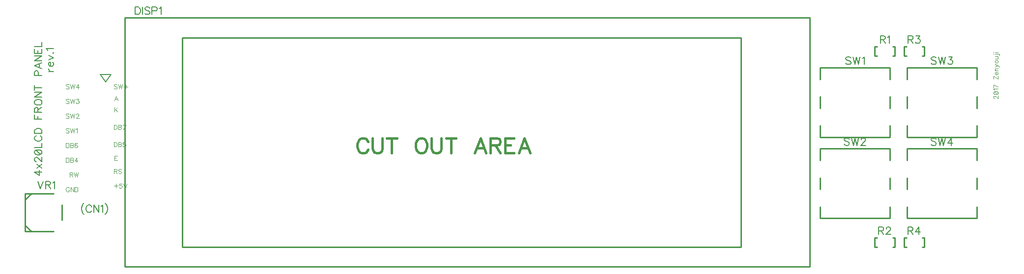
<source format=gto>
G04 DipTrace 3.0.0.2*
G04 FrontPanel.GTO*
%MOMM*%
G04 #@! TF.FileFunction,Legend,Top*
G04 #@! TF.Part,Single*
%ADD10C,0.25*%
%ADD15C,0.2*%
%ADD35C,0.19608*%
%ADD36C,0.39216*%
%ADD37C,0.11765*%
%FSLAX35Y35*%
G04*
G71*
G90*
G75*
G01*
G04 TopSilk*
%LPD*%
X1796000Y-388000D2*
D10*
X13596000D1*
Y-4688000D1*
X1796000D1*
Y-388000D1*
X2786020Y-728130D2*
X12406560D1*
Y-4347870D1*
X2786020D1*
Y-728130D1*
X15064012Y-1048000D2*
Y-888000D1*
X14712282Y-1048000D2*
Y-888000D1*
X15064012Y-1048000D2*
X15024020D1*
X14752238D2*
X14712282D1*
X14752238Y-888000D2*
X14712282D1*
X15064012D2*
X15024020D1*
X15064012Y-4350000D2*
Y-4190000D1*
X14712282Y-4350000D2*
Y-4190000D1*
X15064012Y-4350000D2*
X15024020D1*
X14752238D2*
X14712282D1*
X14752238Y-4190000D2*
X14712282D1*
X15064012D2*
X15024020D1*
X15572012Y-1048000D2*
Y-888000D1*
X15220282Y-1048000D2*
Y-888000D1*
X15572012Y-1048000D2*
X15532020D1*
X15260238D2*
X15220282D1*
X15260238Y-888000D2*
X15220282D1*
X15572012D2*
X15532020D1*
X15572012Y-4350000D2*
Y-4190000D1*
X15220282Y-4350000D2*
Y-4190000D1*
X15572012Y-4350000D2*
X15532020D1*
X15260238D2*
X15220282D1*
X15260238Y-4190000D2*
X15220282D1*
X15572012D2*
X15532020D1*
X13774990Y-2450000D2*
X14975010D1*
Y-1250000D2*
X13774990D1*
Y-2249960D2*
Y-2450000D1*
Y-1450040D2*
Y-1250000D1*
X14975010Y-2249960D2*
Y-2450000D1*
Y-1250000D2*
Y-1450040D1*
Y-1949960D2*
Y-1750040D1*
X13774990Y-1949960D2*
Y-1750040D1*
Y-3850000D2*
X14975010D1*
Y-2650000D2*
X13774990D1*
Y-3649960D2*
Y-3850000D1*
Y-2850040D2*
Y-2650000D1*
X14975010Y-3649960D2*
Y-3850000D1*
Y-2650000D2*
Y-2850040D1*
Y-3349960D2*
Y-3150040D1*
X13774990Y-3349960D2*
Y-3150040D1*
X15274990Y-2450000D2*
X16475010D1*
Y-1250000D2*
X15274990D1*
Y-2249960D2*
Y-2450000D1*
Y-1450040D2*
Y-1250000D1*
X16475010Y-2249960D2*
Y-2450000D1*
Y-1250000D2*
Y-1450040D1*
Y-1949960D2*
Y-1750040D1*
X15274990Y-1949960D2*
Y-1750040D1*
Y-3850000D2*
X16475010D1*
Y-2650000D2*
X15274990D1*
Y-3649960D2*
Y-3850000D1*
Y-2850040D2*
Y-2650000D1*
X16475010Y-3649960D2*
Y-3850000D1*
Y-2650000D2*
Y-2850040D1*
Y-3349960D2*
Y-3150040D1*
X15274990Y-3349960D2*
Y-3150040D1*
X75000Y-3424990D2*
X562490D1*
X75000D2*
Y-4075010D1*
X562490D1*
X712493Y-3879990D2*
Y-3620010D1*
X75000Y-3977500D2*
X187520Y-4075010D1*
X75000Y-3522500D2*
X187520Y-3424990D1*
X1365250Y-1365250D2*
D15*
X1555750D1*
X1460500Y-1492250D1*
X1365250Y-1365250D1*
X1974727Y-202013D2*
D35*
Y-329623D1*
X2017264D1*
X2035514Y-323446D1*
X2047727Y-311373D1*
X2053764Y-299160D1*
X2059800Y-281050D1*
Y-250586D1*
X2053764Y-232336D1*
X2047727Y-220263D1*
X2035514Y-208050D1*
X2017264Y-202013D1*
X1974727D1*
X2099016D2*
Y-329623D1*
X2223305Y-220263D2*
X2211232Y-208050D1*
X2192982Y-202013D1*
X2168695D1*
X2150445Y-208050D1*
X2138232Y-220263D1*
Y-232336D1*
X2144409Y-244550D1*
X2150445Y-250586D1*
X2162518Y-256623D1*
X2199018Y-268836D1*
X2211232Y-274873D1*
X2217268Y-281050D1*
X2223305Y-293123D1*
Y-311373D1*
X2211232Y-323446D1*
X2192982Y-329623D1*
X2168695D1*
X2150445Y-323446D1*
X2138232Y-311373D1*
X2262520Y-268836D2*
X2317270D1*
X2335380Y-262800D1*
X2341557Y-256623D1*
X2347594Y-244550D1*
Y-226300D1*
X2341557Y-214227D1*
X2335380Y-208050D1*
X2317270Y-202013D1*
X2262520D1*
Y-329623D1*
X2386809Y-226440D2*
X2399023Y-220263D1*
X2417273Y-202154D1*
Y-329623D1*
X14810771Y-762800D2*
X14865380D1*
X14883630Y-756623D1*
X14889807Y-750586D1*
X14895844Y-738513D1*
Y-726300D1*
X14889807Y-714227D1*
X14883630Y-708050D1*
X14865380Y-702013D1*
X14810771D1*
Y-829623D1*
X14853307Y-762800D2*
X14895844Y-829623D1*
X14935059Y-726440D2*
X14947273Y-720263D1*
X14965523Y-702154D1*
Y-829623D1*
X14783466Y-4064800D2*
X14838075D1*
X14856325Y-4058623D1*
X14862502Y-4052586D1*
X14868539Y-4040513D1*
Y-4028300D1*
X14862502Y-4016227D1*
X14856325Y-4010050D1*
X14838075Y-4004013D1*
X14783466D1*
Y-4131623D1*
X14826002Y-4064800D2*
X14868539Y-4131623D1*
X14913931Y-4034477D2*
Y-4028440D1*
X14919968Y-4016227D1*
X14926005Y-4010190D1*
X14938218Y-4004154D1*
X14962505D1*
X14974578Y-4010190D1*
X14980614Y-4016227D1*
X14986791Y-4028440D1*
Y-4040513D1*
X14980614Y-4052727D1*
X14968541Y-4070836D1*
X14907755Y-4131623D1*
X14992828D1*
X15291466Y-762800D2*
X15346075D1*
X15364325Y-756623D1*
X15370502Y-750586D1*
X15376539Y-738513D1*
Y-726300D1*
X15370502Y-714227D1*
X15364325Y-708050D1*
X15346075Y-702013D1*
X15291466D1*
Y-829623D1*
X15334002Y-762800D2*
X15376539Y-829623D1*
X15427968Y-702154D2*
X15494651D1*
X15458291Y-750727D1*
X15476541D1*
X15488614Y-756763D1*
X15494651Y-762800D1*
X15500828Y-781050D1*
Y-793123D1*
X15494651Y-811373D1*
X15482578Y-823586D1*
X15464328Y-829623D1*
X15446078D1*
X15427968Y-823586D1*
X15421931Y-817410D1*
X15415755Y-805336D1*
X15288447Y-4064800D2*
X15343057D1*
X15361307Y-4058623D1*
X15367484Y-4052586D1*
X15373521Y-4040513D1*
Y-4028300D1*
X15367484Y-4016227D1*
X15361307Y-4010050D1*
X15343057Y-4004013D1*
X15288447D1*
Y-4131623D1*
X15330984Y-4064800D2*
X15373521Y-4131623D1*
X15473523D2*
Y-4004154D1*
X15412736Y-4089086D1*
X15503846D1*
X14302303Y-1082263D2*
X14290230Y-1070050D1*
X14271980Y-1064013D1*
X14247693D1*
X14229443Y-1070050D1*
X14217230Y-1082263D1*
Y-1094336D1*
X14223406Y-1106550D1*
X14229443Y-1112586D1*
X14241516Y-1118623D1*
X14278016Y-1130836D1*
X14290230Y-1136873D1*
X14296266Y-1143050D1*
X14302303Y-1155123D1*
Y-1173373D1*
X14290230Y-1185446D1*
X14271980Y-1191623D1*
X14247693D1*
X14229443Y-1185446D1*
X14217230Y-1173373D1*
X14341518Y-1064013D2*
X14371982Y-1191623D1*
X14402305Y-1064013D1*
X14432628Y-1191623D1*
X14463091Y-1064013D1*
X14502307Y-1088440D2*
X14514520Y-1082263D1*
X14532770Y-1064154D1*
Y-1191623D1*
X14274998Y-2482263D2*
X14262925Y-2470050D1*
X14244675Y-2464013D1*
X14220388D1*
X14202138Y-2470050D1*
X14189925Y-2482263D1*
Y-2494336D1*
X14196102Y-2506550D1*
X14202138Y-2512586D1*
X14214211Y-2518623D1*
X14250711Y-2530836D1*
X14262925Y-2536873D1*
X14268961Y-2543050D1*
X14274998Y-2555123D1*
Y-2573373D1*
X14262925Y-2585446D1*
X14244675Y-2591623D1*
X14220388D1*
X14202138Y-2585446D1*
X14189925Y-2573373D1*
X14314213Y-2464013D2*
X14344677Y-2591623D1*
X14375000Y-2464013D1*
X14405323Y-2591623D1*
X14435787Y-2464013D1*
X14481179Y-2494477D2*
Y-2488440D1*
X14487216Y-2476227D1*
X14493252Y-2470190D1*
X14505466Y-2464154D1*
X14529752D1*
X14541825Y-2470190D1*
X14547862Y-2476227D1*
X14554039Y-2488440D1*
Y-2500513D1*
X14547862Y-2512727D1*
X14535789Y-2530836D1*
X14475002Y-2591623D1*
X14560075D1*
X15774998Y-1082263D2*
X15762925Y-1070050D1*
X15744675Y-1064013D1*
X15720388D1*
X15702138Y-1070050D1*
X15689925Y-1082263D1*
Y-1094336D1*
X15696102Y-1106550D1*
X15702138Y-1112586D1*
X15714211Y-1118623D1*
X15750711Y-1130836D1*
X15762925Y-1136873D1*
X15768961Y-1143050D1*
X15774998Y-1155123D1*
Y-1173373D1*
X15762925Y-1185446D1*
X15744675Y-1191623D1*
X15720388D1*
X15702138Y-1185446D1*
X15689925Y-1173373D1*
X15814213Y-1064013D2*
X15844677Y-1191623D1*
X15875000Y-1064013D1*
X15905323Y-1191623D1*
X15935787Y-1064013D1*
X15987216Y-1064154D2*
X16053898D1*
X16017539Y-1112727D1*
X16035789D1*
X16047862Y-1118763D1*
X16053898Y-1124800D1*
X16060075Y-1143050D1*
Y-1155123D1*
X16053898Y-1173373D1*
X16041825Y-1185586D1*
X16023575Y-1191623D1*
X16005325D1*
X15987216Y-1185586D1*
X15981179Y-1179410D1*
X15975002Y-1167336D1*
X15771980Y-2482263D2*
X15759906Y-2470050D1*
X15741656Y-2464013D1*
X15717370D1*
X15699120Y-2470050D1*
X15686906Y-2482263D1*
Y-2494336D1*
X15693083Y-2506550D1*
X15699120Y-2512586D1*
X15711193Y-2518623D1*
X15747693Y-2530836D1*
X15759906Y-2536873D1*
X15765943Y-2543050D1*
X15771980Y-2555123D1*
Y-2573373D1*
X15759906Y-2585446D1*
X15741656Y-2591623D1*
X15717370D1*
X15699120Y-2585446D1*
X15686906Y-2573373D1*
X15811195Y-2464013D2*
X15841659Y-2591623D1*
X15871982Y-2464013D1*
X15902305Y-2591623D1*
X15932768Y-2464013D1*
X16032770Y-2591623D2*
Y-2464154D1*
X15971984Y-2549086D1*
X16063094D1*
X291943Y-3214013D2*
X340516Y-3341623D1*
X389089Y-3214013D1*
X428305Y-3274800D2*
X482914D1*
X501164Y-3268623D1*
X507341Y-3262586D1*
X513378Y-3250513D1*
Y-3238300D1*
X507341Y-3226227D1*
X501164Y-3220050D1*
X482914Y-3214013D1*
X428305D1*
Y-3341623D1*
X470841Y-3274800D2*
X513378Y-3341623D1*
X552594Y-3238440D2*
X564807Y-3232263D1*
X583057Y-3214154D1*
Y-3341623D1*
X364722Y-3052509D2*
X237252D1*
X322185Y-3113296D1*
Y-3022186D1*
X279648Y-2982971D2*
X364721Y-2916148D1*
X279648D2*
X364721Y-2982971D1*
X267575Y-2870755D2*
X261539D1*
X249325Y-2864718D1*
X243289Y-2858682D1*
X237252Y-2846468D1*
Y-2822182D1*
X243289Y-2810109D1*
X249325Y-2804072D1*
X261539Y-2797895D1*
X273612D1*
X285825Y-2804072D1*
X303935Y-2816145D1*
X364721Y-2876932D1*
Y-2791859D1*
X237252Y-2716143D2*
X243289Y-2734393D1*
X261539Y-2746607D1*
X291862Y-2752643D1*
X310112D1*
X340435Y-2746607D1*
X358685Y-2734393D1*
X364721Y-2716143D1*
Y-2704070D1*
X358685Y-2685820D1*
X340435Y-2673747D1*
X310112Y-2667570D1*
X291862D1*
X261539Y-2673747D1*
X243289Y-2685820D1*
X237252Y-2704070D1*
Y-2716143D1*
X261539Y-2673747D2*
X340435Y-2746607D1*
X237112Y-2628354D2*
X364721D1*
Y-2555495D1*
X267435Y-2425170D2*
X255362Y-2431206D1*
X243148Y-2443420D1*
X237112Y-2455493D1*
Y-2479779D1*
X243148Y-2491993D1*
X255362Y-2504066D1*
X267435Y-2510243D1*
X285685Y-2516279D1*
X316148D1*
X334258Y-2510243D1*
X346471Y-2504066D1*
X358544Y-2491993D1*
X364721Y-2479779D1*
Y-2455493D1*
X358544Y-2443420D1*
X346471Y-2431206D1*
X334258Y-2425170D1*
X237112Y-2385954D2*
X364721D1*
Y-2343417D1*
X358544Y-2325167D1*
X346471Y-2312954D1*
X334258Y-2306917D1*
X316148Y-2300881D1*
X285685D1*
X267435Y-2306917D1*
X255362Y-2312954D1*
X243148Y-2325167D1*
X237112Y-2343417D1*
Y-2385954D1*
Y-2059182D2*
Y-2138219D1*
X364721D1*
X297898D2*
Y-2089646D1*
Y-2019966D2*
Y-1965357D1*
X291721Y-1947107D1*
X285685Y-1940930D1*
X273612Y-1934893D1*
X261398D1*
X249325Y-1940930D1*
X243148Y-1947107D1*
X237112Y-1965357D1*
Y-2019966D1*
X364721D1*
X297898Y-1977430D2*
X364721Y-1934893D1*
X237112Y-1859178D2*
X243148Y-1871391D1*
X255362Y-1883464D1*
X267435Y-1889641D1*
X285685Y-1895678D1*
X316148D1*
X334258Y-1889641D1*
X346471Y-1883464D1*
X358544Y-1871391D1*
X364721Y-1859178D1*
Y-1834891D1*
X358544Y-1822818D1*
X346471Y-1810605D1*
X334258Y-1804568D1*
X316148Y-1798532D1*
X285685D1*
X267435Y-1804568D1*
X255362Y-1810605D1*
X243148Y-1822818D1*
X237112Y-1834891D1*
Y-1859178D1*
Y-1674243D2*
X364721D1*
X237112Y-1759316D1*
X364721D1*
X237112Y-1592491D2*
X364721D1*
X237112Y-1635027D2*
Y-1549954D1*
X303935Y-1387292D2*
Y-1332542D1*
X297898Y-1314432D1*
X291721Y-1308255D1*
X279648Y-1302219D1*
X261398D1*
X249325Y-1308255D1*
X243148Y-1314432D1*
X237112Y-1332542D1*
Y-1387292D1*
X364721D1*
Y-1165717D2*
X237112Y-1214430D1*
X364721Y-1263003D1*
X322185Y-1244753D2*
Y-1183967D1*
X237112Y-1041428D2*
X364721D1*
X237112Y-1126501D1*
X364721D1*
X237112Y-923316D2*
Y-1002212D1*
X364721D1*
Y-923316D1*
X297898Y-1002212D2*
Y-953639D1*
X237112Y-884100D2*
X364721D1*
Y-811241D1*
X479648Y-1313296D2*
X564721D1*
X516148D2*
X497898Y-1307119D1*
X485685Y-1295046D1*
X479648Y-1282832D1*
Y-1264582D1*
X516148Y-1225367D2*
Y-1152507D1*
X503935D1*
X491722Y-1158544D1*
X485685Y-1164580D1*
X479648Y-1176794D1*
Y-1195044D1*
X485685Y-1207117D1*
X497898Y-1219330D1*
X516148Y-1225367D1*
X528222D1*
X546472Y-1219330D1*
X558545Y-1207117D1*
X564721Y-1195044D1*
Y-1176794D1*
X558545Y-1164580D1*
X546471Y-1152507D1*
X479648Y-1113292D2*
X564721Y-1076792D1*
X479648Y-1040432D1*
X552508Y-995180D2*
X558685Y-1001216D1*
X564721Y-995180D1*
X558685Y-989003D1*
X552508Y-995180D1*
X461539Y-949787D2*
X455362Y-937574D1*
X437252Y-919324D1*
X564721D1*
X5982220Y-2527190D2*
D36*
X5970147Y-2503043D1*
X5945720Y-2478617D1*
X5921574Y-2466543D1*
X5873001D1*
X5848574Y-2478617D1*
X5824428Y-2503043D1*
X5812074Y-2527190D1*
X5800001Y-2563690D1*
Y-2624617D1*
X5812074Y-2660836D1*
X5824428Y-2685263D1*
X5848574Y-2709409D1*
X5873001Y-2721763D1*
X5921574D1*
X5945720Y-2709409D1*
X5970147Y-2685263D1*
X5982220Y-2660836D1*
X6060652Y-2466543D2*
Y-2648763D1*
X6072725Y-2685263D1*
X6097152Y-2709409D1*
X6133652Y-2721763D1*
X6157798D1*
X6194298Y-2709409D1*
X6218725Y-2685263D1*
X6230798Y-2648763D1*
Y-2466543D1*
X6394302D2*
Y-2721763D1*
X6309229Y-2466543D2*
X6479375D1*
X6877700D2*
X6853273Y-2478617D1*
X6829127Y-2503043D1*
X6816773Y-2527190D1*
X6804700Y-2563690D1*
Y-2624617D1*
X6816773Y-2660836D1*
X6829127Y-2685263D1*
X6853273Y-2709409D1*
X6877700Y-2721763D1*
X6926273D1*
X6950419Y-2709409D1*
X6974846Y-2685263D1*
X6986919Y-2660836D1*
X6998992Y-2624617D1*
Y-2563690D1*
X6986919Y-2527190D1*
X6974846Y-2503043D1*
X6950419Y-2478617D1*
X6926273Y-2466543D1*
X6877700D1*
X7077423D2*
Y-2648763D1*
X7089497Y-2685263D1*
X7113923Y-2709409D1*
X7150423Y-2721763D1*
X7174570D1*
X7211070Y-2709409D1*
X7235497Y-2685263D1*
X7247570Y-2648763D1*
Y-2466543D1*
X7411074D2*
Y-2721763D1*
X7326001Y-2466543D2*
X7496147D1*
X8016044Y-2721763D2*
X7918618Y-2466543D1*
X7821471Y-2721763D1*
X7857971Y-2636690D2*
X7979544D1*
X8094476Y-2588117D2*
X8203695D1*
X8240195Y-2575763D1*
X8252549Y-2563690D1*
X8264622Y-2539543D1*
Y-2515117D1*
X8252549Y-2490970D1*
X8240195Y-2478617D1*
X8203695Y-2466543D1*
X8094476D1*
Y-2721763D1*
X8179549Y-2588117D2*
X8264622Y-2721763D1*
X8500846Y-2466543D2*
X8343053D1*
Y-2721763D1*
X8500846D1*
X8343053Y-2588117D2*
X8440200D1*
X8773850Y-2721763D2*
X8676423Y-2466543D1*
X8579277Y-2721763D1*
X8615777Y-2636690D2*
X8737350D1*
X5982220Y-2527190D2*
X5970147Y-2503043D1*
X5945720Y-2478617D1*
X5921574Y-2466543D1*
X5873001D1*
X5848574Y-2478617D1*
X5824428Y-2503043D1*
X5812074Y-2527190D1*
X5800001Y-2563690D1*
Y-2624617D1*
X5812074Y-2660836D1*
X5824428Y-2685263D1*
X5848574Y-2709409D1*
X5873001Y-2721763D1*
X5921574D1*
X5945720Y-2709409D1*
X5970147Y-2685263D1*
X5982220Y-2660836D1*
X6060652Y-2466543D2*
Y-2648763D1*
X6072725Y-2685263D1*
X6097152Y-2709409D1*
X6133652Y-2721763D1*
X6157798D1*
X6194298Y-2709409D1*
X6218725Y-2685263D1*
X6230798Y-2648763D1*
Y-2466543D1*
X6394302D2*
Y-2721763D1*
X6309229Y-2466543D2*
X6479375D1*
X6877700D2*
X6853273Y-2478617D1*
X6829127Y-2503043D1*
X6816773Y-2527190D1*
X6804700Y-2563690D1*
Y-2624617D1*
X6816773Y-2660836D1*
X6829127Y-2685263D1*
X6853273Y-2709409D1*
X6877700Y-2721763D1*
X6926273D1*
X6950419Y-2709409D1*
X6974846Y-2685263D1*
X6986919Y-2660836D1*
X6998992Y-2624617D1*
Y-2563690D1*
X6986919Y-2527190D1*
X6974846Y-2503043D1*
X6950419Y-2478617D1*
X6926273Y-2466543D1*
X6877700D1*
X7077423D2*
Y-2648763D1*
X7089497Y-2685263D1*
X7113923Y-2709409D1*
X7150423Y-2721763D1*
X7174570D1*
X7211070Y-2709409D1*
X7235497Y-2685263D1*
X7247570Y-2648763D1*
Y-2466543D1*
X7411074D2*
Y-2721763D1*
X7326001Y-2466543D2*
X7496147D1*
X8016044Y-2721763D2*
X7918618Y-2466543D1*
X7821471Y-2721763D1*
X7857971Y-2636690D2*
X7979544D1*
X8094476Y-2588117D2*
X8203695D1*
X8240195Y-2575763D1*
X8252549Y-2563690D1*
X8264622Y-2539543D1*
Y-2515117D1*
X8252549Y-2490970D1*
X8240195Y-2478617D1*
X8203695Y-2466543D1*
X8094476D1*
Y-2721763D1*
X8179549Y-2588117D2*
X8264622Y-2721763D1*
X8500846Y-2466543D2*
X8343053D1*
Y-2721763D1*
X8500846D1*
X8343053Y-2588117D2*
X8440200D1*
X8773850Y-2721763D2*
X8676423Y-2466543D1*
X8579277Y-2721763D1*
X8615777Y-2636690D2*
X8737350D1*
X1656900Y-1547768D2*
D37*
X1649656Y-1540440D1*
X1638706Y-1536818D1*
X1624134D1*
X1613184Y-1540440D1*
X1605856Y-1547768D1*
Y-1555012D1*
X1609562Y-1562340D1*
X1613184Y-1565962D1*
X1620428Y-1569584D1*
X1642328Y-1576912D1*
X1649656Y-1580534D1*
X1653278Y-1584240D1*
X1656900Y-1591484D1*
Y-1602434D1*
X1649656Y-1609678D1*
X1638706Y-1613384D1*
X1624134D1*
X1613184Y-1609678D1*
X1605856Y-1602434D1*
X1680429Y-1536818D2*
X1698707Y-1613384D1*
X1716901Y-1536818D1*
X1735095Y-1613384D1*
X1753373Y-1536818D1*
X1809668Y-1542335D2*
Y-1607951D1*
X1776902Y-1575185D2*
X1842518D1*
X1673728Y-1813384D2*
X1644500Y-1736818D1*
X1615356Y-1813384D1*
X1626306Y-1787862D2*
X1662778D1*
X1615356Y-1936818D2*
Y-2013384D1*
X1666400Y-1936818D2*
X1615356Y-1987862D1*
X1633550Y-1969584D2*
X1666400Y-2013384D1*
X1605856Y-2236818D2*
Y-2313384D1*
X1631378D1*
X1642328Y-2309678D1*
X1649656Y-2302434D1*
X1653278Y-2295106D1*
X1656900Y-2284240D1*
Y-2265962D1*
X1653278Y-2255012D1*
X1649656Y-2247768D1*
X1642328Y-2240440D1*
X1631378Y-2236818D1*
X1605856D1*
X1680429D2*
Y-2313384D1*
X1713279D1*
X1724229Y-2309678D1*
X1727851Y-2306056D1*
X1731473Y-2298812D1*
Y-2287862D1*
X1727851Y-2280534D1*
X1724229Y-2276912D1*
X1713279Y-2273290D1*
X1724229Y-2269584D1*
X1727851Y-2265962D1*
X1731473Y-2258718D1*
Y-2251390D1*
X1727851Y-2244146D1*
X1724229Y-2240440D1*
X1713279Y-2236818D1*
X1680429D1*
Y-2273290D2*
X1713279D1*
X1769574Y-2313384D2*
X1806046Y-2236903D1*
X1755002D1*
X1605856Y-2536818D2*
Y-2613384D1*
X1631378D1*
X1642328Y-2609678D1*
X1649656Y-2602434D1*
X1653278Y-2595106D1*
X1656900Y-2584240D1*
Y-2565962D1*
X1653278Y-2555012D1*
X1649656Y-2547768D1*
X1642328Y-2540440D1*
X1631378Y-2536818D1*
X1605856D1*
X1680429D2*
Y-2613384D1*
X1713279D1*
X1724229Y-2609678D1*
X1727851Y-2606056D1*
X1731473Y-2598812D1*
Y-2587862D1*
X1727851Y-2580534D1*
X1724229Y-2576912D1*
X1713279Y-2573290D1*
X1724229Y-2569584D1*
X1727851Y-2565962D1*
X1731473Y-2558718D1*
Y-2551390D1*
X1727851Y-2544146D1*
X1724229Y-2540440D1*
X1713279Y-2536818D1*
X1680429D1*
Y-2573290D2*
X1713279D1*
X1798718Y-2536903D2*
X1762330D1*
X1758708Y-2569668D1*
X1762330Y-2566046D1*
X1773280Y-2562340D1*
X1784146D1*
X1795096Y-2566046D1*
X1802424Y-2573290D1*
X1806046Y-2584240D1*
Y-2591484D1*
X1802424Y-2602434D1*
X1795096Y-2609762D1*
X1784146Y-2613384D1*
X1773280D1*
X1762330Y-2609762D1*
X1758708Y-2606056D1*
X1755002Y-2598812D1*
X1662693Y-2773318D2*
X1615356D1*
Y-2849884D1*
X1662693D1*
X1615356Y-2809790D2*
X1644500D1*
X1605856Y-3035290D2*
X1638621D1*
X1649571Y-3031584D1*
X1653278Y-3027962D1*
X1656900Y-3020718D1*
Y-3013390D1*
X1653278Y-3006146D1*
X1649571Y-3002440D1*
X1638621Y-2998818D1*
X1605856D1*
Y-3075384D1*
X1631378Y-3035290D2*
X1656900Y-3075384D1*
X1731473Y-3009768D2*
X1724229Y-3002440D1*
X1713279Y-2998818D1*
X1698707D1*
X1687757Y-3002440D1*
X1680429Y-3009768D1*
Y-3017012D1*
X1684135Y-3024340D1*
X1687757Y-3027962D1*
X1695001Y-3031584D1*
X1716901Y-3038912D1*
X1724229Y-3042534D1*
X1727851Y-3046240D1*
X1731473Y-3053484D1*
Y-3064434D1*
X1724229Y-3071678D1*
X1713279Y-3075384D1*
X1698707D1*
X1687757Y-3071678D1*
X1680429Y-3064434D1*
X1638621Y-3256835D2*
Y-3322451D1*
X1605856Y-3289685D2*
X1671471D1*
X1738717Y-3251403D2*
X1702329D1*
X1698707Y-3284168D1*
X1702329Y-3280546D1*
X1713279Y-3276840D1*
X1724145D1*
X1735095Y-3280546D1*
X1742423Y-3287790D1*
X1746045Y-3298740D1*
Y-3305984D1*
X1742423Y-3316934D1*
X1735095Y-3324262D1*
X1724145Y-3327884D1*
X1713279D1*
X1702329Y-3324262D1*
X1698707Y-3320556D1*
X1695001Y-3313312D1*
X1769574Y-3251318D2*
X1798718Y-3327884D1*
X1827862Y-3251318D1*
X831400Y-1547768D2*
X824156Y-1540440D1*
X813206Y-1536818D1*
X798634D1*
X787684Y-1540440D1*
X780356Y-1547768D1*
Y-1555012D1*
X784062Y-1562340D1*
X787684Y-1565962D1*
X794928Y-1569584D1*
X816828Y-1576912D1*
X824156Y-1580534D1*
X827778Y-1584240D1*
X831400Y-1591484D1*
Y-1602434D1*
X824156Y-1609678D1*
X813206Y-1613384D1*
X798634D1*
X787684Y-1609678D1*
X780356Y-1602434D1*
X854929Y-1536818D2*
X873207Y-1613384D1*
X891401Y-1536818D1*
X909595Y-1613384D1*
X927873Y-1536818D1*
X987874Y-1613384D2*
Y-1536903D1*
X951402Y-1587862D1*
X1006068D1*
X831400Y-1801768D2*
X824156Y-1794440D1*
X813206Y-1790818D1*
X798634D1*
X787684Y-1794440D1*
X780356Y-1801768D1*
Y-1809012D1*
X784062Y-1816340D1*
X787684Y-1819962D1*
X794928Y-1823584D1*
X816828Y-1830912D1*
X824156Y-1834534D1*
X827778Y-1838240D1*
X831400Y-1845484D1*
Y-1856434D1*
X824156Y-1863678D1*
X813206Y-1867384D1*
X798634D1*
X787684Y-1863678D1*
X780356Y-1856434D1*
X854929Y-1790818D2*
X873207Y-1867384D1*
X891401Y-1790818D1*
X909595Y-1867384D1*
X927873Y-1790818D1*
X958730Y-1790903D2*
X998740D1*
X976924Y-1820046D1*
X987874D1*
X995118Y-1823668D1*
X998740Y-1827290D1*
X1002446Y-1838240D1*
Y-1845484D1*
X998740Y-1856434D1*
X991496Y-1863762D1*
X980546Y-1867384D1*
X969596D1*
X958730Y-1863762D1*
X955108Y-1860056D1*
X951402Y-1852812D1*
X831400Y-2055768D2*
X824156Y-2048440D1*
X813206Y-2044818D1*
X798634D1*
X787684Y-2048440D1*
X780356Y-2055768D1*
Y-2063012D1*
X784062Y-2070340D1*
X787684Y-2073962D1*
X794928Y-2077584D1*
X816828Y-2084912D1*
X824156Y-2088534D1*
X827778Y-2092240D1*
X831400Y-2099484D1*
Y-2110434D1*
X824156Y-2117678D1*
X813206Y-2121384D1*
X798634D1*
X787684Y-2117678D1*
X780356Y-2110434D1*
X854929Y-2044818D2*
X873207Y-2121384D1*
X891401Y-2044818D1*
X909595Y-2121384D1*
X927873Y-2044818D1*
X955108Y-2063096D2*
Y-2059475D1*
X958730Y-2052146D1*
X962352Y-2048525D1*
X969680Y-2044903D1*
X984252D1*
X991496Y-2048525D1*
X995118Y-2052146D1*
X998824Y-2059475D1*
Y-2066718D1*
X995118Y-2074046D1*
X987874Y-2084912D1*
X951402Y-2121384D1*
X1002446D1*
X831400Y-2309768D2*
X824156Y-2302440D1*
X813206Y-2298818D1*
X798634D1*
X787684Y-2302440D1*
X780356Y-2309768D1*
Y-2317012D1*
X784062Y-2324340D1*
X787684Y-2327962D1*
X794928Y-2331584D1*
X816828Y-2338912D1*
X824156Y-2342534D1*
X827778Y-2346240D1*
X831400Y-2353484D1*
Y-2364434D1*
X824156Y-2371678D1*
X813206Y-2375384D1*
X798634D1*
X787684Y-2371678D1*
X780356Y-2364434D1*
X854929Y-2298818D2*
X873207Y-2375384D1*
X891401Y-2298818D1*
X909595Y-2375384D1*
X927873Y-2298818D1*
X951402Y-2313475D2*
X958730Y-2309768D1*
X969680Y-2298903D1*
Y-2375384D1*
X780356Y-2552818D2*
Y-2629384D1*
X805878D1*
X816828Y-2625678D1*
X824156Y-2618434D1*
X827778Y-2611106D1*
X831400Y-2600240D1*
Y-2581962D1*
X827778Y-2571012D1*
X824156Y-2563768D1*
X816828Y-2556440D1*
X805878Y-2552818D1*
X780356D1*
X854929D2*
Y-2629384D1*
X887779D1*
X898729Y-2625678D1*
X902351Y-2622056D1*
X905973Y-2614812D1*
Y-2603862D1*
X902351Y-2596534D1*
X898729Y-2592912D1*
X887779Y-2589290D1*
X898729Y-2585584D1*
X902351Y-2581962D1*
X905973Y-2574718D1*
Y-2567390D1*
X902351Y-2560146D1*
X898729Y-2556440D1*
X887779Y-2552818D1*
X854929D1*
Y-2589290D2*
X887779D1*
X973218Y-2563768D2*
X969596Y-2556525D1*
X958646Y-2552903D1*
X951402D1*
X940452Y-2556525D1*
X933124Y-2567475D1*
X929502Y-2585668D1*
Y-2603862D1*
X933124Y-2618434D1*
X940452Y-2625762D1*
X951402Y-2629384D1*
X955024D1*
X965890Y-2625762D1*
X973218Y-2618434D1*
X976840Y-2607484D1*
Y-2603862D1*
X973218Y-2592912D1*
X965890Y-2585668D1*
X955024Y-2582046D1*
X951402D1*
X940452Y-2585668D1*
X933124Y-2592912D1*
X929502Y-2603862D1*
X780356Y-2806818D2*
Y-2883384D1*
X805878D1*
X816828Y-2879678D1*
X824156Y-2872434D1*
X827778Y-2865106D1*
X831400Y-2854240D1*
Y-2835962D1*
X827778Y-2825012D1*
X824156Y-2817768D1*
X816828Y-2810440D1*
X805878Y-2806818D1*
X780356D1*
X854929D2*
Y-2883384D1*
X887779D1*
X898729Y-2879678D1*
X902351Y-2876056D1*
X905973Y-2868812D1*
Y-2857862D1*
X902351Y-2850534D1*
X898729Y-2846912D1*
X887779Y-2843290D1*
X898729Y-2839584D1*
X902351Y-2835962D1*
X905973Y-2828718D1*
Y-2821390D1*
X902351Y-2814146D1*
X898729Y-2810440D1*
X887779Y-2806818D1*
X854929D1*
Y-2843290D2*
X887779D1*
X965974Y-2883384D2*
Y-2806903D1*
X929502Y-2857862D1*
X984168D1*
X843856Y-3097290D2*
X876621D1*
X887571Y-3093584D1*
X891278Y-3089962D1*
X894900Y-3082718D1*
Y-3075390D1*
X891278Y-3068146D1*
X887571Y-3064440D1*
X876621Y-3060818D1*
X843856D1*
Y-3137384D1*
X869378Y-3097290D2*
X894900Y-3137384D1*
X918429Y-3060818D2*
X936707Y-3137384D1*
X954901Y-3060818D1*
X973095Y-3137384D1*
X991373Y-3060818D1*
X835021Y-3333012D2*
X831400Y-3325768D1*
X824071Y-3318440D1*
X816828Y-3314818D1*
X802256D1*
X794928Y-3318440D1*
X787684Y-3325768D1*
X783978Y-3333012D1*
X780356Y-3343962D1*
Y-3362240D1*
X783978Y-3373106D1*
X787684Y-3380434D1*
X794928Y-3387678D1*
X802256Y-3391384D1*
X816828D1*
X824071Y-3387678D1*
X831400Y-3380434D1*
X835021Y-3373106D1*
Y-3362240D1*
X816828D1*
X909595Y-3314818D2*
Y-3391384D1*
X858551Y-3314818D1*
Y-3391384D1*
X933124Y-3314818D2*
Y-3391384D1*
X958646D1*
X969596Y-3387678D1*
X976924Y-3380434D1*
X980546Y-3373106D1*
X984168Y-3362240D1*
Y-3343962D1*
X980546Y-3333012D1*
X976924Y-3325768D1*
X969596Y-3318440D1*
X958646Y-3314818D1*
X933124D1*
X1088814Y-3587777D2*
D35*
X1076600Y-3599850D1*
X1064527Y-3618100D1*
X1052314Y-3642387D1*
X1046277Y-3672850D1*
Y-3697137D1*
X1052314Y-3727460D1*
X1064527Y-3751746D1*
X1076600Y-3769996D1*
X1088814Y-3782070D1*
X1219139Y-3651371D2*
X1213103Y-3639298D1*
X1200889Y-3627085D1*
X1188816Y-3621048D1*
X1164529D1*
X1152316Y-3627085D1*
X1140243Y-3639298D1*
X1134066Y-3651371D1*
X1128029Y-3669621D1*
Y-3700085D1*
X1134066Y-3718195D1*
X1140243Y-3730408D1*
X1152316Y-3742481D1*
X1164529Y-3748658D1*
X1188816D1*
X1200889Y-3742481D1*
X1213103Y-3730408D1*
X1219139Y-3718195D1*
X1343428Y-3621048D2*
Y-3748658D1*
X1258355Y-3621048D1*
Y-3748658D1*
X1382644Y-3645475D2*
X1394857Y-3639298D1*
X1413107Y-3621189D1*
Y-3748658D1*
X1452323Y-3587777D2*
X1464536Y-3599850D1*
X1476609Y-3618100D1*
X1488823Y-3642387D1*
X1494859Y-3672850D1*
Y-3697137D1*
X1488823Y-3727460D1*
X1476609Y-3751746D1*
X1464536Y-3769996D1*
X1452323Y-3782070D1*
X16779910Y-1780011D2*
D37*
X16776288D1*
X16768960Y-1776389D1*
X16765338Y-1772767D1*
X16761716Y-1765439D1*
Y-1750867D1*
X16765338Y-1743624D1*
X16768960Y-1740002D1*
X16776288Y-1736295D1*
X16783532D1*
X16790860Y-1740002D1*
X16801726Y-1747245D1*
X16838197Y-1783717D1*
X16838198Y-1732674D1*
X16761716Y-1687244D2*
X16765338Y-1698194D1*
X16776288Y-1705522D1*
X16794482Y-1709144D1*
X16805432D1*
X16823626Y-1705522D1*
X16834576Y-1698194D1*
X16838198Y-1687244D1*
Y-1680001D1*
X16834576Y-1669051D1*
X16823626Y-1661807D1*
X16805432Y-1658100D1*
X16794482D1*
X16776288Y-1661807D1*
X16765338Y-1669050D1*
X16761716Y-1680000D1*
Y-1687244D1*
X16776288Y-1661807D2*
X16823626Y-1705522D1*
X16776288Y-1634571D2*
X16772582Y-1627243D1*
X16761716Y-1616293D1*
X16838198D1*
Y-1578192D2*
X16761716Y-1541720D1*
Y-1592764D1*
X16761632Y-1444122D2*
Y-1393079D1*
X16838198Y-1444123D1*
Y-1393079D1*
X16809054Y-1369549D2*
Y-1325833D1*
X16801726D1*
X16794398Y-1329455D1*
X16790776Y-1333077D1*
X16787154Y-1340405D1*
Y-1351355D1*
X16790776Y-1358599D1*
X16798104Y-1365927D1*
X16809054Y-1369549D1*
X16816298D1*
X16827248Y-1365927D1*
X16834491Y-1358599D1*
X16838198Y-1351355D1*
Y-1340405D1*
X16834491Y-1333077D1*
X16827248Y-1325833D1*
X16787154Y-1302304D2*
X16838198D1*
X16801726D2*
X16790776Y-1291354D1*
X16787154Y-1284026D1*
Y-1273160D1*
X16790776Y-1265832D1*
X16801726Y-1262210D1*
X16838197D1*
X16787154Y-1234975D2*
X16838197Y-1213159D1*
X16852769Y-1220403D1*
X16860097Y-1227731D1*
X16863719Y-1234975D1*
Y-1238681D1*
X16787154Y-1191259D2*
X16838197Y-1213159D1*
X16787154Y-1149536D2*
X16790776Y-1156779D1*
X16798104Y-1164108D1*
X16809054Y-1167729D1*
X16816298D1*
X16827248Y-1164108D1*
X16834491Y-1156779D1*
X16838197Y-1149536D1*
Y-1138586D1*
X16834491Y-1131258D1*
X16827248Y-1124014D1*
X16816298Y-1120308D1*
X16809054D1*
X16798104Y-1124014D1*
X16790776Y-1131258D1*
X16787154Y-1138586D1*
Y-1149536D1*
Y-1096778D2*
X16823626D1*
X16834491Y-1093156D1*
X16838197Y-1085828D1*
Y-1074878D1*
X16834491Y-1067634D1*
X16823626Y-1056684D1*
X16787154D2*
X16838197D1*
X16761548Y-1018583D2*
X16765169Y-1014877D1*
X16761548Y-1011255D1*
X16757926Y-1014877D1*
X16761548Y-1018583D1*
X16787069Y-1014877D2*
X16849063D1*
X16860013Y-1018583D1*
X16863635Y-1025827D1*
Y-1033155D1*
X16761632Y-987725D2*
X16765254Y-984104D1*
X16761632Y-980397D1*
X16757926Y-984104D1*
X16761632Y-987725D1*
X16787154Y-984104D2*
X16838197D1*
M02*

</source>
